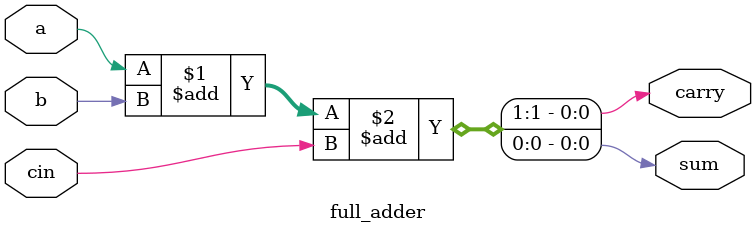
<source format=v>
`timescale 1ns / 1ps

module full_adder (
    input  a, b, cin,
    output sum, carry
);
    assign {carry, sum} = a + b + cin;
endmodule

</source>
